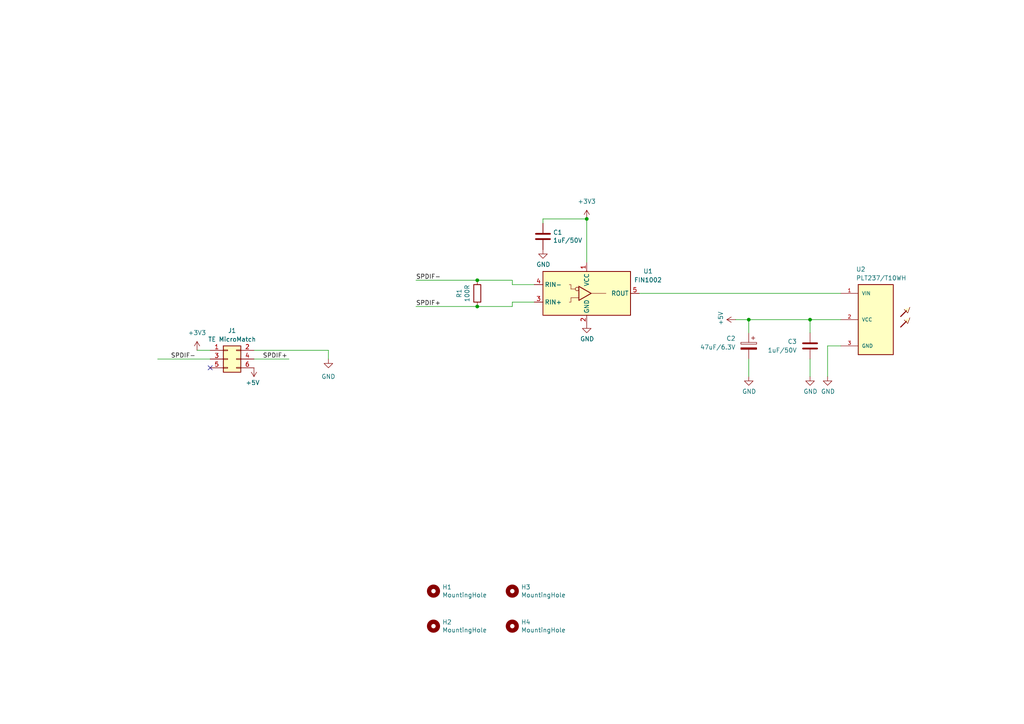
<source format=kicad_sch>
(kicad_sch (version 20250114) (generator "eeschema") (generator_version "9.0")
  (paper "A4")
  (title_block (title "SPDIF Transmitter Adapter") (date "2026-01-01") (rev "V2"))
  (lib_symbols
    (symbol "Connector_Generic:Conn_02x03_Odd_Even" (pin_names (offset 1.016) (hide yes))
      (property "Reference" "J" (at 1.27 5.08 0))
      (property "Value" "Conn_02x03_Odd_Even" (at 1.27 -5.08 0))
      (symbol "Conn_02x03_Odd_Even_1_1"
        (rectangle (start -1.27 3.81) (end 3.81 -3.81) (stroke (width 0.254)) (fill (type background)))
        (rectangle (start -1.27 2.667) (end 0 2.413) (stroke (width 0.1524)))
        (rectangle (start -1.27 0.127) (end 0 -0.127) (stroke (width 0.1524)))
        (rectangle (start -1.27 -2.413) (end 0 -2.667) (stroke (width 0.1524)))
        (rectangle (start 3.81 2.667) (end 2.54 2.413) (stroke (width 0.1524)))
        (rectangle (start 3.81 0.127) (end 2.54 -0.127) (stroke (width 0.1524)))
        (rectangle (start 3.81 -2.413) (end 2.54 -2.667) (stroke (width 0.1524)))
        (pin passive line (at -5.08 2.54 0) (length 3.81) (name "Pin_1") (number "1"))
        (pin passive line (at -5.08 0 0) (length 3.81) (name "Pin_3") (number "3"))
        (pin passive line (at -5.08 -2.54 0) (length 3.81) (name "Pin_5") (number "5"))
        (pin passive line (at 7.62 2.54 180) (length 3.81) (name "Pin_2") (number "2"))
        (pin passive line (at 7.62 0 180) (length 3.81) (name "Pin_4") (number "4"))
        (pin passive line (at 7.62 -2.54 180) (length 3.81) (name "Pin_6") (number "6"))
      )
    )
    (symbol "Device:C" (pin_numbers (hide yes)) (pin_names (offset 0.254))
      (property "Reference" "C" (at 0.635 2.54 0))
      (property "Value" "C" (at 0.635 -2.54 0))
      (symbol "C_0_1"
        (polyline (pts (xy -2.032 0.762) (xy 2.032 0.762)) (stroke (width 0.508)))
        (polyline (pts (xy -2.032 -0.762) (xy 2.032 -0.762)) (stroke (width 0.508)))
      )
      (symbol "C_1_1"
        (pin passive line (at 0 3.81 270) (length 2.794) (name "~") (number "1"))
        (pin passive line (at 0 -3.81 90) (length 2.794) (name "~") (number "2"))
      )
    )
    (symbol "Device:C_Polarized" (pin_numbers (hide yes)) (pin_names (offset 0.254))
      (property "Reference" "C" (at 0.635 2.54 0))
      (property "Value" "C_Polarized" (at 0.635 -2.54 0))
      (symbol "C_Polarized_0_1"
        (rectangle (start -2.286 0.508) (end 2.286 1.016))
        (polyline (pts (xy -1.778 2.286) (xy -0.762 2.286)))
        (polyline (pts (xy -1.27 2.794) (xy -1.27 1.778)))
        (rectangle (start 2.286 -0.508) (end -2.286 -1.016) (fill (type outline)))
      )
      (symbol "C_Polarized_1_1"
        (pin passive line (at 0 3.81 270) (length 2.794) (name "~") (number "1"))
        (pin passive line (at 0 -3.81 90) (length 2.794) (name "~") (number "2"))
      )
    )
    (symbol "Device:R" (pin_numbers (hide yes)) (pin_names (offset 0))
      (property "Reference" "R" (at 2.032 0 90))
      (property "Value" "R" (at 0 0 90))
      (symbol "R_0_1"
        (rectangle (start -1.016 -2.54) (end 1.016 2.54) (stroke (width 0.254)))
      )
      (symbol "R_1_1"
        (pin passive line (at 0 3.81 270) (length 1.27) (name "~") (number "1"))
        (pin passive line (at 0 -3.81 90) (length 1.27) (name "~") (number "2"))
      )
    )
    (symbol "Mechanical:MountingHole" (pin_names (offset 1.016)) (exclude_from_sim yes) (in_bom no)
      (property "Reference" "H" (at 0 5.08 0))
      (property "Value" "MountingHole" (at 0 3.175 0))
      (symbol "MountingHole_0_1"
        (circle (center 0 0) (radius 1.27) (stroke (width 1.27)))
      )
    )
    (symbol "kicad-snk:FIN1002"
      (property "Reference" "U?" (at 8.89 11.43 0))
      (property "Value" "FIN1002" (at 8.89 8.89 0))
      (symbol "FIN1002_0_1"
        (polyline (pts (xy -4.572 1.27) (xy -4.572 2.54) (xy -5.08 2.54)) (stroke (width 0.127)))
        (polyline (pts (xy -4.572 -1.27) (xy -4.572 -2.54) (xy -5.08 -2.54)) (stroke (width 0.127)))
        (polyline (pts (xy 1.27 0) (xy 5.588 0)) (stroke (width 0.127)))
      )
      (symbol "FIN1002_1_0"
        (rectangle (start -12.7 6.35) (end 12.7 -6.35) (stroke (width 0.254)) (fill (type background)))
      )
      (symbol "FIN1002_1_1"
        (polyline (pts (xy -4.572 1.27) (xy -3.302 1.27)) (stroke (width 0.127)))
        (polyline (pts (xy -4.572 -1.27) (xy -2.286 -1.27)) (stroke (width 0.127)))
        (circle (center -2.794 1.27) (radius 0.508))
        (polyline (pts (xy -2.286 2.032) (xy -2.286 -2.032) (xy 1.27 0) (xy -2.286 2.032)) (stroke (width 0.254)))
        (pin input line (at -15.24 2.54 0) (length 2.54) (name "RIN-") (number "4"))
        (pin input line (at -15.24 -2.54 0) (length 2.54) (name "RIN+") (number "3"))
        (pin power_in line (at 0 8.89 270) (length 2.54) (name "VCC") (number "1"))
        (pin power_in line (at 0 -8.89 90) (length 2.54) (name "GND") (number "2"))
        (pin tri_state line (at 15.24 0 180) (length 2.54) (name "ROUT") (number "5"))
      )
    )
    (symbol "kicad-snk:PLT237/T10WH" (pin_names (offset 1.016))
      (property "Reference" "U" (at -5.08 11.4554 0))
      (property "Value" "PLT237/T10WH" (at -5.08 -12.7254 0))
      (symbol "PLT237/T10WH_0_0"
        (rectangle (start -5.08 10.16) (end 5.08 -10.16) (stroke (width 0.254)) (fill (type background)))
        (polyline (pts (xy 7.239 0.9144) (xy 8.89 2.5654)) (stroke (width 0.3048)))
        (polyline (pts (xy 7.239 -2.1336) (xy 8.89 -0.4826)) (stroke (width 0.3048)))
        (polyline (pts (xy 9.906 3.5814) (xy 9.271 1.9304) (xy 8.255 2.9464)) (stroke (width 0.1524)) (fill (type background)))
        (polyline (pts (xy 9.906 0.5334) (xy 9.271 -1.1176) (xy 8.255 -0.1016)) (stroke (width 0.1524)) (fill (type background)))
      )
      (symbol "PLT237/T10WH_1_0"
        (pin output line (at -10.16 7.62 0) (length 5.08) (name "VIN") (number "1"))
        (pin power_in line (at -10.16 0 0) (length 5.08) (name "VCC") (number "2"))
        (pin power_in line (at -10.16 -7.62 0) (length 5.08) (name "GND") (number "3"))
      )
    )
    (symbol "power:+3.3V" (power) (pin_numbers (hide yes)) (pin_names (offset 0) (hide yes))
      (property "Value" "+3.3V" (at 0 3.556 0))
      (symbol "+3.3V_0_1"
        (polyline (pts (xy -0.762 1.27) (xy 0 2.54)))
        (polyline (pts (xy 0 2.54) (xy 0.762 1.27)))
        (polyline (pts (xy 0 0) (xy 0 2.54)))
      )
      (symbol "+3.3V_1_1"
        (pin power_in line (at 0 0 90) (length 0) (name "~") (number "1"))
      )
    )
    (symbol "power:+5V" (power) (pin_numbers (hide yes)) (pin_names (offset 0) (hide yes))
      (property "Value" "+5V" (at 0 3.556 0))
      (symbol "+5V_0_1"
        (polyline (pts (xy -0.762 1.27) (xy 0 2.54)))
        (polyline (pts (xy 0 2.54) (xy 0.762 1.27)))
        (polyline (pts (xy 0 0) (xy 0 2.54)))
      )
      (symbol "+5V_1_1"
        (pin power_in line (at 0 0 90) (length 0) (name "~") (number "1"))
      )
    )
    (symbol "power:GND" (power) (pin_names (offset 0))
      (property "Value" "GND" (at 0 -3.81 0))
      (symbol "GND_0_1"
        (polyline (pts (xy 0 0) (xy 0 -1.27) (xy 1.27 -1.27) (xy 0 -2.54) (xy -1.27 -1.27) (xy 0 -1.27)))
      )
      (symbol "GND_1_1"
        (pin power_in line (at 0 0 270) (length 0) (hide yes) (name "GND") (number "1"))
      )
    )
  )
  (junction (at 170.18 63.5))
  (junction (at 138.43 88.9))
  (junction (at 138.43 81.28))
  (junction (at 234.95 92.71))
  (junction (at 217.17 92.71))
  (no_connect (at 60.96 106.68))
  (wire (pts (xy 213.36 92.71) (xy 217.17 92.71)))
  (wire (pts (xy 45.72 104.14) (xy 60.96 104.14)))
  (wire (pts (xy 154.94 87.63) (xy 148.59 87.63)))
  (wire (pts (xy 120.65 88.9) (xy 138.43 88.9)))
  (wire (pts (xy 57.15 101.6) (xy 60.96 101.6)))
  (wire (pts (xy 217.17 92.71) (xy 234.95 92.71)))
  (wire (pts (xy 234.95 104.14) (xy 234.95 109.22)))
  (wire (pts (xy 170.18 63.5) (xy 170.18 76.2)))
  (wire (pts (xy 157.48 63.5) (xy 170.18 63.5)))
  (wire (pts (xy 185.42 85.09) (xy 243.84 85.09)))
  (wire (pts (xy 95.25 101.6) (xy 95.25 104.14)))
  (wire (pts (xy 73.66 104.14) (xy 83.82 104.14)))
  (wire (pts (xy 240.03 100.33) (xy 243.84 100.33)))
  (wire (pts (xy 217.17 104.14) (xy 217.17 109.22)))
  (wire (pts (xy 217.17 96.52) (xy 217.17 92.71)))
  (wire (pts (xy 234.95 92.71) (xy 234.95 96.52)))
  (wire (pts (xy 157.48 64.77) (xy 157.48 63.5)))
  (wire (pts (xy 154.94 82.55) (xy 148.59 82.55)))
  (wire (pts (xy 148.59 88.9) (xy 138.43 88.9)))
  (wire (pts (xy 148.59 87.63) (xy 148.59 88.9)))
  (wire (pts (xy 148.59 82.55) (xy 148.59 81.28)))
  (wire (pts (xy 73.66 101.6) (xy 95.25 101.6)))
  (wire (pts (xy 234.95 92.71) (xy 243.84 92.71)))
  (wire (pts (xy 120.65 81.28) (xy 138.43 81.28)))
  (wire (pts (xy 148.59 81.28) (xy 138.43 81.28)))
  (wire (pts (xy 240.03 109.22) (xy 240.03 100.33)))
  (label "SPDIF-" (at 49.53 104.14 0))
  (label "SPDIF+" (at 76.2 104.14 0))
  (label "SPDIF-" (at 120.65 81.28 0))
  (label "SPDIF+" (at 120.65 88.9 0))
  (symbol (lib_id "Device:C") (at 157.48 68.58 0) (unit 1)
    (property "Reference" "C1" (at 160.401 67.4116 0) (effects (justify left)))
    (property "Value" "1uF/50V" (at 160.401 69.723 0) (effects (justify left)))
    (property "Footprint" "Capacitor_SMD:C_0805_2012Metric_Pad1.18x1.45mm_HandSolder" (effects (hide yes)))
  )
  (symbol (lib_id "Device:R") (at 138.43 85.09 0) (unit 1)
    (property "Reference" "R1" (at 133.1722 85.09 90))
    (property "Value" "100R" (at 135.4836 85.09 90))
    (property "Footprint" "Resistor_SMD:R_0805_2012Metric_Pad1.20x1.40mm_HandSolder" (effects (hide yes)))
  )
  (symbol (lib_id "power:GND") (at 95.25 104.14 0) (unit 1)
    (property "Reference" "#PWR03" (effects (hide yes)))
    (property "Value" "GND" (at 95.25 109.22 0))
    (property "Description" "Power symbol creates a global label with name \"GND\" , ground" (effects (hide yes)))
  )
  (symbol (lib_id "power:+3.3V") (at 57.15 101.6 0) (unit 1)
    (property "Reference" "#PWR01" (effects (hide yes)))
    (property "Value" "+3V3" (at 57.15 96.52 0))
    (property "Description" "Power symbol creates a global label with name \"+3.3V\"" (effects (hide yes)))
  )
  (symbol (lib_id "Mechanical:MountingHole") (at 125.73 181.61 0) (unit 1)
    (property "Reference" "H2" (at 128.27 180.4416 0) (effects (justify left)))
    (property "Value" "MountingHole" (at 128.27 182.753 0) (effects (justify left)))
    (property "Footprint" "MountingHole:MountingHole_3.2mm_M3_Pad_Via" (effects (hide yes)))
    (property "Description" "Mounting Hole without connection" (effects (hide yes)))
  )
  (symbol (lib_id "power:+5V") (at 213.36 92.71 90) (unit 1)
    (property "Reference" "#PWR07" (effects (hide yes)))
    (property "Value" "+5V" (at 209.0356 92.3417 0))
    (property "Description" "Power symbol creates a global label with name \"+5V\"" (effects (hide yes)))
  )
  (symbol (lib_id "power:GND") (at 217.17 109.22 0) (unit 1)
    (property "Reference" "#PWR08" (effects (hide yes)))
    (property "Value" "GND" (at 217.2843 113.5444 0))
    (property "Description" "Power symbol creates a global label with name \"GND\" , ground" (effects (hide yes)))
  )
  (symbol (lib_id "Device:C_Polarized") (at 217.17 100.33 0) (mirror y) (unit 1)
    (property "Reference" "C2" (at 213.36 98.171 0) (effects (justify left)))
    (property "Value" "47uF/6.3V" (at 213.36 100.711 0) (effects (justify left)))
    (property "Footprint" "Capacitor_SMD:C_1206_3216Metric_Pad1.33x1.80mm_HandSolder" (effects (hide yes)))
    (property "Description" "Polarized capacitor" (effects (hide yes)))
  )
  (symbol (lib_id "power:+3.3V") (at 170.18 63.5 0) (unit 1)
    (property "Reference" "#PWR05" (effects (hide yes)))
    (property "Value" "+3V3" (at 170.18 58.42 0))
    (property "Description" "Power symbol creates a global label with name \"+3.3V\"" (effects (hide yes)))
  )
  (symbol (lib_id "Mechanical:MountingHole") (at 125.73 171.45 0) (unit 1)
    (property "Reference" "H1" (at 128.27 170.2816 0) (effects (justify left)))
    (property "Value" "MountingHole" (at 128.27 172.593 0) (effects (justify left)))
    (property "Footprint" "MountingHole:MountingHole_3.2mm_M3_Pad_Via" (effects (hide yes)))
    (property "Description" "Mounting Hole without connection" (effects (hide yes)))
  )
  (symbol (lib_id "power:+5V") (at 73.66 106.68 180) (unit 1)
    (property "Reference" "#PWR02" (effects (hide yes)))
    (property "Value" "+5V" (at 73.2917 111.0044 0))
    (property "Description" "Power symbol creates a global label with name \"+5V\"" (effects (hide yes)))
  )
  (symbol (lib_id "Device:C") (at 234.95 100.33 0) (mirror y) (unit 1)
    (property "Reference" "C3" (at 231.14 99.06 0) (effects (justify left)))
    (property "Value" "1uF/50V" (at 231.14 101.6 0) (effects (justify left)))
    (property "Footprint" "Capacitor_SMD:C_0805_2012Metric_Pad1.18x1.45mm_HandSolder" (effects (hide yes)))
    (property "Description" "Unpolarized capacitor" (effects (hide yes)))
  )
  (symbol (lib_id "Mechanical:MountingHole") (at 148.59 171.45 0) (unit 1)
    (property "Reference" "H3" (at 151.13 170.2816 0) (effects (justify left)))
    (property "Value" "MountingHole" (at 151.13 172.593 0) (effects (justify left)))
    (property "Footprint" "MountingHole:MountingHole_3.2mm_M3_Pad_Via" (effects (hide yes)))
    (property "Description" "Mounting Hole without connection" (effects (hide yes)))
  )
  (symbol (lib_id "kicad-snk:FIN1002") (at 170.18 85.09 0) (unit 1)
    (property "Reference" "U1" (at 187.96 78.6698 0))
    (property "Value" "FIN1002" (at 187.96 81.2098 0))
    (property "Footprint" "Package_TO_SOT_SMD:SOT-23-5_HandSoldering" (effects (hide yes)))
    (property "Manufacturer" "ON Semiconductor" (effects (hide yes)))
    (property "Part Number" "FIN1002M5X" (effects (hide yes)))
    (property "Type" "SMT" (effects (hide yes)))
  )
  (symbol (lib_id "power:GND") (at 234.95 109.22 0) (unit 1)
    (property "Reference" "#PWR09" (effects (hide yes)))
    (property "Value" "GND" (at 235.0643 113.5444 0))
    (property "Description" "Power symbol creates a global label with name \"GND\" , ground" (effects (hide yes)))
  )
  (symbol (lib_id "power:GND") (at 240.03 109.22 0) (unit 1)
    (property "Reference" "#PWR010" (effects (hide yes)))
    (property "Value" "GND" (at 240.1443 113.5444 0))
    (property "Description" "Power symbol creates a global label with name \"GND\" , ground" (effects (hide yes)))
  )
  (symbol (lib_id "Connector_Generic:Conn_02x03_Odd_Even") (at 66.04 104.14 0) (unit 1)
    (property "Reference" "J1" (at 67.31 95.885 0))
    (property "Value" "TE MicroMatch" (at 67.31 98.425 0))
    (property "Footprint" "Connector_TE-Connectivity:TE_Micro-MaTch_215079-6_2x03_P1.27mm_Vertical" (effects (hide yes)))
    (property "Description" "Generic connector, double row, 02x03, odd/even pin numbering scheme (row 1 odd numbers, row 2 even numbers), script generated (kicad-library-utils/schlib/autogen/connector/)" (effects (hide yes)))
  )
  (symbol (lib_id "kicad-snk:PLT237/T10WH") (at 254 92.71 0) (unit 1)
    (property "Reference" "U2" (at 248.285 78.105 0) (effects (justify left)))
    (property "Value" "PLT237/T10WH" (at 248.285 80.645 0) (effects (justify left)))
    (property "Footprint" "kicad-snk:PLR135-T10_PLT133-T10W" (effects (hide yes)))
  )
  (symbol (lib_id "power:GND") (at 157.48 72.39 0) (unit 1)
    (property "Reference" "#PWR04" (effects (hide yes)))
    (property "Value" "GND" (at 157.5943 76.7144 0))
    (property "Description" "Power symbol creates a global label with name \"GND\" , ground" (effects (hide yes)))
  )
  (symbol (lib_id "power:GND") (at 170.18 93.98 0) (unit 1)
    (property "Reference" "#PWR06" (effects (hide yes)))
    (property "Value" "GND" (at 170.2943 98.3044 0))
    (property "Description" "Power symbol creates a global label with name \"GND\" , ground" (effects (hide yes)))
  )
  (symbol (lib_id "Mechanical:MountingHole") (at 148.59 181.61 0) (unit 1)
    (property "Reference" "H4" (at 151.13 180.4416 0) (effects (justify left)))
    (property "Value" "MountingHole" (at 151.13 182.753 0) (effects (justify left)))
    (property "Footprint" "MountingHole:MountingHole_3.2mm_M3_Pad_Via" (effects (hide yes)))
    (property "Description" "Mounting Hole without connection" (effects (hide yes)))
  )
)
</source>
